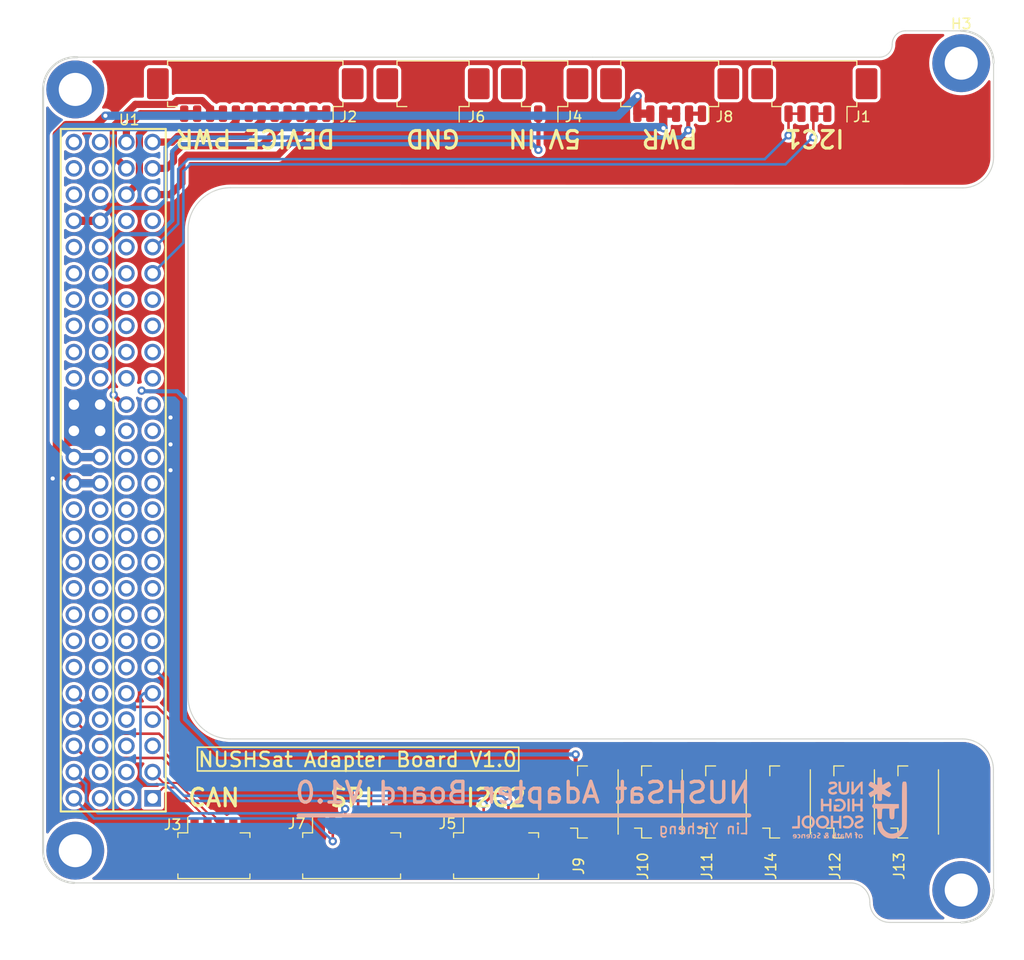
<source format=kicad_pcb>
(kicad_pcb (version 20211014) (generator pcbnew)
  (layers (0 "F.Cu" signal) (31 "B.Cu" signal) (34 "B.Paste" user) (35 "F.Paste" user) (36 "B.SilkS" user "B.Silkscreen") (37 "F.SilkS" user "F.Silkscreen") (38 "B.Mask" user) (39 "F.Mask" user) (44 "Edge.Cuts" user))
  (net 0 "")
  (net 1 "GND")
  (net 2 "/I2C1_SDA")
  (net 3 "/I2C1_SCL")
  (net 4 "/OUT1")
  (net 5 "/OUT2")
  (net 6 "/OUT3")
  (net 7 "/OUT4")
  (net 8 "/OUT5")
  (net 9 "/OUT6")
  (net 10 "/CAN-")
  (net 11 "/CAN+")
  (net 12 "/5V_IN")
  (net 13 "/I2C2_SDA")
  (net 14 "/I2C2_SCL")
  (net 15 "/CS2")
  (net 16 "/CS1")
  (net 17 "/SCK")
  (net 18 "/MOSI")
  (net 19 "/MISO")
  (net 20 "/VBAT")
  (net 21 "/3V3")
  (net 22 "/5V0")
  (footprint "Connector_Molex:Molex_PicoBlade_53398-0471_1x04-1MP_P1.25mm_Vertical" (layer "F.Cu") (at 163 124.3 90)
    (fp_text reference "J9")
    (fp_text value "Conn_01x04_Female")
  )
  (footprint "Connector_Molex:Molex_PicoBlade_53398-0471_1x04-1MP_P1.25mm_Vertical" (layer "F.Cu") (at 181.6 124.3 90)
    (fp_text reference "J14")
    (fp_text value "Conn_01x04_Female")
  )
  (footprint "Connector_Molex:Molex_PicoBlade_53261-0671_1x06-1MP_P1.25mm_Horizontal" (layer "F.Cu") (at 139.925 129)
    (fp_text reference "J7")
    (fp_text value "Conn_01x06_Female")
  )
  (footprint "Connector_Molex:Molex_PicoBlade_53261-0571_1x05-1MP_P1.25mm_Horizontal" (layer "F.Cu") (at 184.7 55.3 180)
    (fp_text reference "J1")
    (fp_text value "Conn_01x05_Female")
  )
  (footprint "Connector_Molex:Molex_PicoBlade_53261-1271_1x12-1MP_P1.25mm_Horizontal" (layer "F.Cu") (at 130.6 55.3 180)
    (fp_text reference "J2")
    (fp_text value "Conn_01x12_Female")
  )
  (footprint "MountingHole:MountingHole_3.2mm_M3_DIN965_Pad" (layer "F.Cu") (at 198.913344 52.813223)
    (fp_text reference "H3")
    (fp_text value "MountingHole")
  )
  (footprint "Connector_Molex:Molex_PicoBlade_53261-0271_1x02-1MP_P1.25mm_Horizontal" (layer "F.Cu") (at 158.6 55.3 180)
    (fp_text reference "J4")
    (fp_text value "Conn_01x02_Female")
  )
  (footprint "Connector_Molex:Molex_PicoBlade_53261-0671_1x06-1MP_P1.25mm_Horizontal" (layer "F.Cu") (at 170.7 55.3 180)
    (fp_text reference "J8")
    (fp_text value "Conn_01x06_Female")
  )
  (footprint "Connector_Molex:Molex_PicoBlade_53261-0471_1x04-1MP_P1.25mm_Horizontal" (layer "F.Cu") (at 126.6 129)
    (fp_text reference "J3")
    (fp_text value "Conn_01x04_Female")
  )
  (footprint "cubesat_obc:PC104-Standard" (layer "F.Cu") (at 111.8 92.2)
    (fp_text reference "U1")
    (fp_text value "PC104")
  )
  (footprint "Connector_Molex:Molex_PicoBlade_53398-0471_1x04-1MP_P1.25mm_Vertical" (layer "F.Cu") (at 194 124.3 90)
    (fp_text reference "J13")
    (fp_text value "Conn_01x04_Female")
  )
  (footprint "MountingHole:MountingHole_3.2mm_M3_DIN965_Pad" (layer "F.Cu") (at 113.183344 129.013223)
    (fp_text reference "H2" hide)
    (fp_text value "MountingHole")
  )
  (footprint "Connector_Molex:Molex_PicoBlade_53261-0471_1x04-1MP_P1.25mm_Horizontal" (layer "F.Cu") (at 147.8 55.3 180)
    (fp_text reference "J6")
    (fp_text value "Conn_01x04_Female")
  )
  (footprint "MountingHole:MountingHole_3.2mm_M3_DIN965_Pad" (layer "F.Cu") (at 113.183344 55.353223)
    (fp_text reference "H1" hide)
    (fp_text value "MountingHole")
  )
  (footprint "Connector_Molex:Molex_PicoBlade_53398-0471_1x04-1MP_P1.25mm_Vertical" (layer "F.Cu") (at 169.2 124.3 90)
    (fp_text reference "J10")
    (fp_text value "Conn_01x04_Female")
  )
  (footprint "Connector_Molex:Molex_PicoBlade_53398-0471_1x04-1MP_P1.25mm_Vertical" (layer "F.Cu") (at 175.4 124.3 90)
    (fp_text reference "J11")
    (fp_text value "Conn_01x04_Female")
  )
  (footprint "Connector_Molex:Molex_PicoBlade_53261-0571_1x05-1MP_P1.25mm_Horizontal" (layer "F.Cu") (at 153.9 129)
    (fp_text reference "J5")
    (fp_text value "Conn_01x05_Female")
  )
  (footprint "MountingHole:MountingHole_3.2mm_M3_DIN965_Pad" (layer "F.Cu") (at 198.913344 132.823222)
    (fp_text reference "H4" hide)
    (fp_text value "MountingHole")
  )
  (footprint "Connector_Molex:Molex_PicoBlade_53398-0471_1x04-1MP_P1.25mm_Vertical" (layer "F.Cu") (at 187.8 124.3 90)
    (fp_text reference "J12")
    (fp_text value "Conn_01x04_Female")
  )
  (footprint "cubesat_obc:nush" (layer "B.Cu") (at 188.1 124.9 180)
    (fp_text reference "G***" hide)
    (fp_text value "LOGO" hide)
  )
  (gr_line (start 134.8 125.6) (end 178.4 125.6) (layer "B.SilkS") (width 0.4))
  (gr_rect (start 125 119) (end 156.1 121.3) (layer "F.SilkS") (width 0.16) (fill none))
  (gr_line (start 113.37834 52.233226) (end 163.235842 52.233226) (layer "Edge.Cuts") (width 0.1))
  (gr_line (start 128.214213 64.864467) (end 199.07868 64.87868) (layer "Edge.Cuts") (width 0.1))
  (gr_line (start 113.093344 52.233226) (end 113.37834 52.233226) (layer "Edge.Cuts") (width 0.2))
  (gr_line (start 199.039467 118.2) (end 128.2 118.2) (layer "Edge.Cuts") (width 0.1))
  (gr_arc (start 202.043343 132.783223) (mid 201.138407 135.017933) (end 198.918343 135.958225) (layer "Edge.Cuts") (width 0.2))
  (gr_line (start 124.092893 114.07868) (end 124.092893 68.985787) (layer "Edge.Cuts") (width 0.1))
  (gr_line (start 198.918343 135.958225) (end 192 135.958225) (layer "Edge.Cuts") (width 0.1))
  (gr_arc (start 113.068348 132.133221) (mid 110.905607 131.154542) (end 110.068349 128.933223) (layer "Edge.Cuts") (width 0.2))
  (gr_arc (start 192.233226 51) (mid 192.5939 50.079255) (end 193.5 49.683224) (layer "Edge.Cuts") (width 0.1))
  (gr_arc (start 199.039467 118.2) (mid 201.159325 119.089767) (end 202.02913 121.217893) (layer "Edge.Cuts") (width 0.1))
  (gr_arc (start 110.068351 55.483224) (mid 110.907751 53.231729) (end 113.093344 52.233226) (layer "Edge.Cuts") (width 0.2))
  (gr_arc (start 192 135.958225) (mid 190.627826 135.379497) (end 190.066775 134) (layer "Edge.Cuts") (width 0.1))
  (gr_line (start 163.235842 52.233226) (end 191 52.233226) (layer "Edge.Cuts") (width 0.1))
  (gr_line (start 113.068348 132.133221) (end 188.2 132.133221) (layer "Edge.Cuts") (width 0.1))
  (gr_arc (start 198.893344 49.683224) (mid 201.110375 50.580838) (end 202.043346 52.783224) (layer "Edge.Cuts") (width 0.2))
  (gr_line (start 198.893344 49.683224) (end 193.5 49.683224) (layer "Edge.Cuts") (width 0.1))
  (gr_arc (start 202.043346 61.87868) (mid 201.182333 63.992682) (end 199.07868 64.87868) (layer "Edge.Cuts") (width 0.1))
  (gr_arc (start 192.233226 51) (mid 191.872022 51.872022) (end 191 52.233226) (layer "Edge.Cuts") (width 0.1))
  (gr_arc (start 124.092893 68.985787) (mid 125.3 66.071574) (end 128.214213 64.864467) (layer "Edge.Cuts") (width 0.1))
  (gr_line (start 110.068349 128.933223) (end 110.068351 55.483225) (layer "Edge.Cuts") (width 0.2))
  (gr_arc (start 128.2 118.2) (mid 125.292894 116.98995) (end 124.092893 114.07868) (layer "Edge.Cuts") (width 0.1))
  (gr_arc (start 188.2 132.133221) (mid 189.520012 132.679988) (end 190.066779 134) (layer "Edge.Cuts") (width 0.1))
  (gr_line (start 202.043343 132.783223) (end 202.02913 121.217893) (layer "Edge.Cuts") (width 0.1))
  (gr_line (start 202.043346 52.783224) (end 202.043346 61.87868) (layer "Edge.Cuts") (width 0.1))
  (gr_text "Lin Yicheng" (at 174 126.9) (layer "B.SilkS") (effects (font (size 1 1) (thickness 0.16)) (justify mirror)))
  (gr_text "NUSHSat Adapter Board V1.0" (at 156.5 123.4) (layer "B.SilkS") (effects (font (size 2 2) (thickness 0.33)) (justify mirror)))
  (gr_text "I2C2" (at 153.9 123.9) (layer "F.SilkS") (effects (font (size 1.7 1.7) (thickness 0.3))))
  (gr_text "5V IN" (at 158.6 60.1 180) (layer "F.SilkS") (effects (font (size 1.7 1.7) (thickness 0.3))))
  (gr_text "GND" (at 147.799999 60.1 180) (layer "F.SilkS") (effects (font (size 1.7 1.7) (thickness 0.3))))
  (gr_text "SPI\n" (at 139.925 123.9) (layer "F.SilkS") (effects (font (size 1.7 1.7) (thickness 0.3))))
  (gr_text "PWR" (at 170.7 60.1 180) (layer "F.SilkS") (effects (font (size 1.7 1.7) (thickness 0.3))))
  (gr_text "I2C1\n" (at 184.7 60.1 180) (layer "F.SilkS") (effects (font (size 1.7 1.7) (thickness 0.3))))
  (gr_text "CAN" (at 126.6 123.9) (layer "F.SilkS") (effects (font (size 1.7 1.7) (thickness 0.3))))
  (gr_text "NUSHSat Adapter Board V1.0" (at 140.5 120.2) (layer "F.SilkS") (effects (font (size 1.4 1.4) (thickness 0.22))))
  (gr_text "DEVICE PWR" (at 130.599999 60.1 180) (layer "F.SilkS") (effects (font (size 1.7 1.7) (thickness 0.3))))
  (segment (start 115.59 88.89) (end 115.59 88.39) (width 0.4) (layer "F.Cu") (net 1))
  (segment (start 116.839511 90.139511) (end 115.59 88.89) (width 0.4) (layer "F.Cu") (net 1))
  (segment (start 122.339511 89.639511) (end 116.839511 89.639511) (width 0.4) (layer "F.Cu") (net 1))
  (segment (start 122.4 89.7) (end 122.339511 89.639511) (width 0.4) (layer "F.Cu") (net 1))
  (segment (start 113.05 88.39) (end 115.59 88.39) (width 1.27) (layer "F.Cu") (net 1))
  (segment (start 116.84 87.1) (end 115.59 85.85) (width 0.4) (layer "F.Cu") (net 1))
  (segment (start 116.839511 91.839511) (end 116.839511 90.139511) (width 0.4) (layer "F.Cu") (net 1))
  (segment (start 122.4 87.1) (end 116.84 87.1) (width 0.4) (layer "F.Cu") (net 1))
  (segment (start 117.2 92.2) (end 116.839511 91.839511) (width 0.4) (layer "F.Cu") (net 1))
  (segment (start 116.839511 89.639511) (end 115.59 88.39) (width 0.4) (layer "F.Cu") (net 1))
  (segment (start 113.05 85.85) (end 115.59 85.85) (width 1.27) (layer "F.Cu") (net 1))
  (segment (start 122.4 92.2) (end 117.2 92.2) (width 0.4) (layer "F.Cu") (net 1))
  (segment (start 161.75 126.175) (end 192.75 126.175) (width 0.4) (layer "F.Cu") (net 1))
  (segment (start 115.59 85.85) (end 115.59 88.39) (width 1.27) (layer "F.Cu") (net 1))
  (via (at 122.4 87.1) (size 0.8) (drill 0.4) (layers "F.Cu" "B.Cu") (net 1))
  (via (at 111 93) (size 0.8) (drill 0.4) (layers "F.Cu" "B.Cu") (net 1))
  (via (at 122.4 92.2) (size 0.8) (drill 0.4) (layers "F.Cu" "B.Cu") (net 1))
  (via (at 122.4 89.7) (size 0.8) (drill 0.4) (layers "F.Cu" "B.Cu") (net 1))
  (segment (start 122.4 87.1) (end 122.399511 87.099511) (width 0.4) (layer "B.Cu") (net 1))
  (segment (start 115.59 88.39) (end 115.59 88.89) (width 0.4) (layer "B.Cu") (net 1))
  (segment (start 122.4 92.2) (end 117.2 92.2) (width 0.4) (layer "B.Cu") (net 1))
  (segment (start 122.339511 89.639511) (end 116.839511 89.639511) (width 0.4) (layer "B.Cu") (net 1))
  (segment (start 111.779511 92.220489) (end 111 93) (width 0.4) (layer "B.Cu") (net 1))
  (segment (start 117.2 92.2) (end 117.179511 92.220489) (width 0.4) (layer "B.Cu") (net 1))
  (segment (start 116.839511 91.839511) (end 117.2 92.2) (width 0.4) (layer "B.Cu") (net 1))
  (segment (start 113.05 85.85) (end 115.59 85.85) (width 1.27) (layer "B.Cu") (net 1))
  (segment (start 117.179511 92.220489) (end 111.779511 92.220489) (width 0.4) (layer "B.Cu") (net 1))
  (segment (start 122.4 89.7) (end 122.339511 89.639511) (width 0.4) (layer "B.Cu") (net 1))
  (segment (start 115.59 88.89) (end 116.839511 90.139511) (width 0.4) (layer "B.Cu") (net 1))
  (segment (start 115.59 85.85) (end 115.59 88.39) (width 1.27) (layer "B.Cu") (net 1))
  (segment (start 116.839511 90.139511) (end 116.839511 91.839511) (width 0.4) (layer "B.Cu") (net 1))
  (segment (start 116.839511 87.099511) (end 115.59 85.85) (width 0.4) (layer "B.Cu") (net 1))
  (segment (start 116.839511 89.639511) (end 115.59 88.39) (width 0.4) (layer "B.Cu") (net 1))
  (segment (start 113.05 88.39) (end 115.59 88.39) (width 1.27) (layer "B.Cu") (net 1))
  (segment (start 122.399511 87.099511) (end 116.839511 87.099511) (width 0.4) (layer "B.Cu") (net 1))
  (segment (start 184.7 57.7) (end 185.95 57.7) (width 0.25) (layer "F.Cu") (net 2))
  (segment (start 184.6 57.8) (end 184.7 57.7) (width 0.25) (layer "F.Cu") (net 2))
  (segment (start 184.6 60) (end 184.6 57.8) (width 0.25) (layer "F.Cu") (net 2))
  (via (at 184.6 60) (size 0.8) (drill 0.4) (layers "F.Cu" "B.Cu") (net 2))
  (segment (start 124.303214 62.603214) (end 123.643071 63.263357) (width 0.25) (layer "B.Cu") (net 2))
  (segment (start 184.6 60) (end 184.5 60) (width 0.25) (layer "B.Cu") (net 2))
  (segment (start 184.5 60) (end 181.896786 62.603214) (width 0.25) (layer "B.Cu") (net 2))
  (segment (start 181.896786 62.603214) (end 124.303214 62.603214) (width 0.25) (layer "B.Cu") (net 2))
  (segment (start 123.643071 63.263357) (end 123.64307 70.17693) (width 0.25) (layer "B.Cu") (net 2))
  (segment (start 123.64307 70.17693) (end 120.67 73.15) (width 0.25) (layer "B.Cu") (net 2))
  (segment (start 182.2 59.8) (end 182.2 57.7) (width 0.25) (layer "F.Cu") (net 3))
  (segment (start 182.2 57.7) (end 183.45 57.7) (width 0.25) (layer "F.Cu") (net 3))
  (via (at 182.2 59.8) (size 0.8) (drill 0.4) (layers "F.Cu" "B.Cu") (net 3))
  (segment (start 120.67 70.61) (end 120.89 70.61) (width 0.25) (layer "B.Cu") (net 3))
  (segment (start 123.143551 68.356449) (end 123.143551 63.056449) (width 0.25) (layer "B.Cu") (net 3))
  (segment (start 179.9 62.1) (end 182.2 59.8) (width 0.25) (layer "B.Cu") (net 3))
  (segment (start 124.1 62.1) (end 179.9 62.1) (width 0.25) (layer "B.Cu") (net 3))
  (segment (start 120.89 70.61) (end 123.143551 68.356449) (width 0.25) (layer "B.Cu") (net 3))
  (segment (start 123.143551 63.056449) (end 124.1 62.1) (width 0.25) (layer "B.Cu") (net 3))
  (segment (start 120.67 65.53) (end 122.37 65.53) (width 0.7) (layer "F.Cu") (net 4))
  (segment (start 123.98 61.72) (end 132.78 61.72) (width 0.7) (layer "F.Cu") (net 4))
  (segment (start 136.225 58.275) (end 136.225 57.7) (width 0.7) (layer "F.Cu") (net 4))
  (segment (start 137.475 57.7) (end 136.225 57.7) (width 0.7) (layer "F.Cu") (net 4))
  (segment (start 123.5 62.2) (end 123.98 61.72) (width 0.7) (layer "F.Cu") (net 4))
  (segment (start 122.37 65.53) (end 123.5 64.4) (width 0.7) (layer "F.Cu") (net 4))
  (segment (start 161.6 122.275) (end 161.75 122.425) (width 0.4) (layer "F.Cu") (net 4))
  (segment (start 192.75 122.425) (end 161.75 122.425) (width 0.4) (layer "F.Cu") (net 4))
  (segment (start 123.5 64.4) (end 123.5 62.2) (width 0.7) (layer "F.Cu") (net 4))
  (segment (start 161.6 119.7) (end 161.6 122.275) (width 0.4) (layer "F.Cu") (net 4))
  (segment (start 132.78 61.72) (end 136.225 58.275) (width 0.7) (layer "F.Cu") (net 4))
  (via (at 161.6 119.7) (size 0.8) (drill 0.4) (layers "F.Cu" "B.Cu") (net 4))
  (via (at 119.6 84.5) (size 0.8) (drill 0.4) (layers "F.Cu" "B.Cu") (net 4))
  (segment (start 123.8 85.3) (end 123.8 116.3) (width 0.4) (layer "B.Cu") (net 4))
  (segment (start 119.6 84.5) (end 119.659511 84.559511) (width 0.4) (layer "B.Cu") (net 4))
  (segment (start 123.8 116.3) (end 127.2 119.7) (width 0.4) (layer "B.Cu") (net 4))
  (segment (start 127.2 119.7) (end 161.6 119.7) (width 0.4) (layer "B.Cu") (net 4))
  (segment (start 119.659511 84.559511) (end 123.059511 84.559511) (width 0.4) (layer "B.Cu") (net 4))
  (segment (start 123.059511 84.559511) (end 123.8 85.3) (width 0.4) (layer "B.Cu") (net 4))
  (segment (start 123.5 60.8) (end 131.2 60.8) (width 0.7) (layer "F.Cu") (net 5))
  (segment (start 134.975 57.7) (end 133.725 57.7) (width 0.7) (layer "F.Cu") (net 5))
  (segment (start 133.725 58.275) (end 133.725 57.7) (width 0.7) (layer "F.Cu") (net 5))
  (segment (start 122.69 62.31) (end 122.69 61.61) (width 0.7) (layer "F.Cu") (net 5))
  (segment (start 122.01 62.99) (end 122.69 62.31) (width 0.7) (layer "F.Cu") (net 5))
  (segment (start 131.2 60.8) (end 133.725 58.275) (width 0.7) (layer "F.Cu") (net 5))
  (segment (start 122.69 61.61) (end 123.5 60.8) (width 0.7) (layer "F.Cu") (net 5))
  (segment (start 120.67 62.99) (end 122.01 62.99) (width 0.7) (layer "F.Cu") (net 5))
  (segment (start 131.225 58.375) (end 129.7 59.9) (width 0.7) (layer "F.Cu") (net 6))
  (segment (start 131.225 57.7) (end 131.225 58.375) (width 0.7) (layer "F.Cu") (net 6))
  (segment (start 132.475 57.7) (end 131.225 57.7) (width 0.7) (layer "F.Cu") (net 6))
  (segment (start 129.7 59.9) (end 123.1 59.9) (width 0.7) (layer "F.Cu") (net 6))
  (segment (start 123.1 59.9) (end 122.55 60.45) (width 0.7) (layer "F.Cu") (net 6))
  (segment (start 122.55 60.45) (end 120.67 60.45) (width 0.7) (layer "F.Cu") (net 6))
  (segment (start 128.24 58.96) (end 120.14 58.96) (width 0.7) (layer "F.Cu") (net 7))
  (segment (start 128.725 58.475) (end 128.24 58.96) (width 0.7) (layer "F.Cu") (net 7))
  (segment (start 120.14 58.96) (end 119.39 59.71) (width 0.7) (layer "F.Cu") (net 7))
  (segment (start 129.975 57.7) (end 128.725 57.7) (width 0.7) (layer "F.Cu") (net 7))
  (segment (start 119.39 59.71) (end 119.39 64.27) (width 0.7) (layer "F.Cu") (net 7))
  (segment (start 119.39 64.27) (end 118.13 65.53) (width 0.7) (layer "F.Cu") (net 7))
  (segment (start 128.725 57.7) (end 128.725 58.475) (width 0.7) (layer "F.Cu") (net 7))
  (segment (start 116.87 58.93) (end 119 56.8) (width 0.7) (layer "F.Cu") (net 8))
  (segment (start 116.87 61.73) (end 116.87 58.93) (width 0.7) (layer "F.Cu") (net 8))
  (segment (start 126.225 57.216619) (end 126.225 57.7) (width 0.7) (layer "F.Cu") (net 8))
  (segment (start 118.13 62.99) (end 116.87 61.73) (width 0.7) (layer "F.Cu") (net 8))
  (segment (start 123.05 56.44) (end 125.448381 56.44) (width 0.7) (layer "F.Cu") (net 8))
  (segment (start 127.475 57.7) (end 126.225 57.7) (width 0.7) (layer "F.Cu") (net 8))
  (segment (start 125.448381 56.44) (end 126.225 57.216619) (width 0.7) (layer "F.Cu") (net 8))
  (segment (start 119 56.8) (end 122.69 56.8) (width 0.7) (layer "F.Cu") (net 8))
  (segment (start 122.69 56.8) (end 123.05 56.44) (width 0.7) (layer "F.Cu") (net 8))
  (segment (start 118.13 59.07) (end 118.13 60.45) (width 0.7) (layer "F.Cu") (net 9))
  (segment (start 119.5 57.7) (end 118.13 59.07) (width 0.7) (layer "F.Cu") (net 9))
  (segment (start 124.975 57.7) (end 119.5 57.7) (width 0.7) (layer "F.Cu") (net 9))
  (segment (start 122.893604 122.905001) (end 125.975 125.986397) (width 0.2) (layer "F.Cu") (net 10))
  (segment (start 125.975 125.986397) (end 125.975 126.6) (width 0.2) (layer "F.Cu") (net 10))
  (segment (start 121.714999 122.905001) (end 122.893604 122.905001) (width 0.2) (layer "F.Cu") (net 10))
  (segment (start 120.67 123.95) (end 121.714999 122.905001) (width 0.2) (layer "F.Cu") (net 10))
  (segment (start 125.975 126.6) (end 124.725 126.6) (width 0.2) (layer "F.Cu") (net 10))
  (segment (start 120.67 121.41) (end 121.714999 122.454999) (width 0.2) (layer "F.Cu") (net 11))
  (segment (start 126.72452 126.09952) (end 127.225 126.6) (width 0.2) (layer "F.Cu") (net 11))
  (segment (start 127.225 126.6) (end 128.475 126.6) (width 0.2) (layer "F.Cu") (net 11))
  (segment (start 126.72452 125.772382) (end 126.72452 126.09952) (width 0.2) (layer "F.Cu") (net 11))
  (segment (start 123.079999 122.454999) (end 126.07548 125.45048) (width 0.2) (layer "F.Cu") (net 11))
  (segment (start 121.714999 122.454999) (end 123.079999 122.454999) (width 0.2) (layer "F.Cu") (net 11))
  (segment (start 126.402618 125.45048) (end 126.72452 125.772382) (width 0.2) (layer "F.Cu") (net 11))
  (segment (start 126.07548 125.45048) (end 126.402618 125.45048) (width 0.2) (layer "F.Cu") (net 11))
  (segment (start 158 61.2) (end 158 57.725) (width 0.4) (layer "F.Cu") (net 12))
  (segment (start 117.85 85.85) (end 116.9 84.9) (width 0.4) (layer "F.Cu") (net 12))
  (segment (start 118.13 85.85) (end 117.85 85.85) (width 0.4) (layer "F.Cu") (net 12))
  (segment (start 158 57.725) (end 157.975 57.7) (width 0.4) (layer "F.Cu") (net 12))
  (via (at 116.9 84.9) (size 0.8) (drill 0.4) (layers "F.Cu" "B.Cu") (net 12))
  (via (at 158 61.2) (size 0.8) (drill 0.4) (layers "F.Cu" "B.Cu") (net 12))
  (segment (start 157.44952 60.64952) (end 158 61.2) (width 0.4) (layer "B.Cu") (net 12))
  (segment (start 116.880489 84.880489) (end 116.880489 70.092435) (width 0.4) (layer "B.Cu") (net 12))
  (segment (start 116.880489 70.092435) (end 117.612435 69.360489) (width 0.4) (layer "B.Cu") (net 12))
  (segment (start 121.239511 69.360489) (end 122.569031 68.030969) (width 0.4) (layer "B.Cu") (net 12))
  (segment (start 116.9 84.9) (end 116.880489 84.880489) (width 0.4) (layer "B.Cu") (net 12))
  (segment (start 123.25048 60.64952) (end 157.44952 60.64952) (width 0.4) (layer "B.Cu") (net 12))
  (segment (start 122.569031 68.030969) (end 122.569031 61.330969) (width 0.4) (layer "B.Cu") (net 12))
  (segment (start 117.612435 69.360489) (end 121.239511 69.360489) (width 0.4) (layer "B.Cu") (net 12))
  (segment (start 122.569031 61.330969) (end 123.25048 60.64952) (width 0.4) (layer "B.Cu") (net 12))
  (segment (start 152.65 126.6) (end 153.9 126.6) (width 0.25) (layer "F.Cu") (net 13))
  (segment (start 161.600489 123.525489) (end 153.674511 123.525489) (width 0.25) (layer "F.Cu") (net 13))
  (segment (start 152.7 124.5) (end 152.7 126.55) (width 0.25) (layer "F.Cu") (net 13))
  (segment (start 152.7 126.55) (end 152.65 126.6) (width 0.25) (layer "F.Cu") (net 13))
  (segment (start 161.75 123.675) (end 161.600489 123.525489) (width 0.25) (layer "F.Cu") (net 13))
  (segment (start 153.674511 123.525489) (end 152.7 124.5) (width 0.25) (layer "F.Cu") (net 13))
  (segment (start 161.75 123.675) (end 192.75 123.675) (width 0.25) (layer "F.Cu") (net 13))
  (via (at 152.7 124.5) (size 0.8) (drill 0.4) (layers "F.Cu" "B.Cu") (net 13))
  (segment (start 121.9 122.606908) (end 120.205898 122.606908) (width 0.25) (layer "B.Cu") (net 13))
  (segment (start 119.495489 121.896499) (end 119.495489 114.104511) (width 0.25) (layer "B.Cu") (net 13))
  (segment (start 152.399999 124.199999) (end 123.493091 124.199999) (width 0.25) (layer "B.Cu") (net 13))
  (segment (start 152.7 124.5) (end 152.399999 124.199999) (width 0.25) (layer "B.Cu") (net 13))
  (segment (start 120.205898 122.606908) (end 119.495489 121.896499) (width 0.25) (layer "B.Cu") (net 13))
  (segment (start 119.81 113.79) (end 120.67 113.79) (width 0.25) (layer "B.Cu") (net 13))
  (segment (start 123.493091 124.199999) (end 121.9 122.606908) (width 0.25) (layer "B.Cu") (net 13))
  (segment (start 119.495489 114.104511) (end 119.81 113.79) (width 0.25) (layer "B.Cu") (net 13))
  (segment (start 121.29 113.79) (end 120.67 113.79) (width 0.25) (layer "B.Cu") (net 13))
  (segment (start 155.15 126.6) (end 156.4 126.6) (width 0.25) (layer "F.Cu") (net 14))
  (segment (start 192.75 124.925) (end 161.75 124.925) (width 0.25) (layer "F.Cu") (net 14))
  (segment (start 155.1 124.3) (end 155.1 126.55) (width 0.25) (layer "F.Cu") (net 14))
  (segment (start 155.1 126.55) (end 155.15 126.6) (width 0.25) (layer "F.Cu") (net 14))
  (segment (start 154.9 126.45) (end 155.05 126.6) (width 0.25) (layer "F.Cu") (net 14))
  (segment (start 161.75 124.925) (end 155.725 124.925) (width 0.25) (layer "F.Cu") (net 14))
  (segment (start 155.725 124.925) (end 155.1 124.3) (width 0.25) (layer "F.Cu") (net 14))
  (via (at 155.1 124.3) (size 0.8) (drill 0.4) (layers "F.Cu" "B.Cu") (net 14))
  (segment (start 122.39952 122.39952) (end 121.844511 121.844511) (width 0.25) (layer "B.Cu") (net 14))
  (segment (start 155.1 124.3) (end 154.50048 123.70048) (width 0.25) (layer "B.Cu") (net 14))
  (segment (start 154.50048 123.70048) (end 123.7 123.70048) (width 0.25) (layer "B.Cu") (net 14))
  (segment (start 123.7 123.70048) (end 122.39952 122.4) (width 0.25) (layer "B.Cu") (net 14))
  (segment (start 122.39952 122.4) (end 122.39952 122.39952) (width 0.25) (layer "B.Cu") (net 14))
  (segment (start 121.844511 112.424511) (end 120.67 111.25) (width 0.25) (layer "B.Cu") (net 14))
  (segment (start 121.844511 121.844511) (end 121.844511 112.424511) (width 0.25) (layer "B.Cu") (net 14))
  (segment (start 120.67 111.25) (end 120.67 111.77) (width 0.25) (layer "B.Cu") (net 14))
  (segment (start 122.344031 116.343021) (end 121.10101 115.1) (width 0.25) (layer "F.Cu") (net 15))
  (segment (start 121.10101 115.1) (end 114.36 115.1) (width 0.25) (layer "F.Cu") (net 15))
  (segment (start 114.36 115.1) (end 113.05 113.79) (width 0.25) (layer "F.Cu") (net 15))
  (segment (start 122.344031 119.34403) (end 122.344031 116.343021) (width 0.25) (layer "F.Cu") (net 15))
  (segment (start 143 126.55) (end 143 122.2) (width 0.25) (layer "F.Cu") (net 15))
  (segment (start 141.500962 120.700962) (end 123.700963 120.700962) (width 0.25) (layer "F.Cu") (net 15))
  (segment (start 123.700963 120.700962) (end 122.344031 119.34403) (width 0.25) (layer "F.Cu") (net 15))
  (segment (start 143 122.2) (end 141.500962 120.700962) (width 0.25) (layer "F.Cu") (net 15))
  (segment (start 143.05 126.6) (end 143 126.55) (width 0.25) (layer "F.Cu") (net 15))
  (segment (start 123.494053 121.20048) (end 140.80048 121.20048) (width 0.25) (layer "F.Cu") (net 16))
  (segment (start 141.8 122.2) (end 141.8 126.6) (width 0.25) (layer "F.Cu") (net 16))
  (segment (start 121.844511 119.550938) (end 123.494053 121.20048) (width 0.25) (layer "F.Cu") (net 16))
  (segment (start 121.295489 117.695489) (end 121.844511 118.244511) (width 0.25) (layer "F.Cu") (net 16))
  (segment (start 113.05 116.33) (end 114.415489 117.695489) (width 0.25) (layer "F.Cu") (net 16))
  (segment (start 114.415489 117.695489) (end 121.295489 117.695489) (width 0.25) (layer "F.Cu") (net 16))
  (segment (start 121.844511 118.244511) (end 121.844511 119.550938) (width 0.25) (layer "F.Cu") (net 16))
  (segment (start 140.80048 121.20048) (end 141.8 122.2) (width 0.25) (layer "F.Cu") (net 16))
  (segment (start 140.55 122.25) (end 140.55 126.6) (width 0.25) (layer "F.Cu") (net 17))
  (segment (start 114.224511 120.044511) (end 121.631656 120.044511) (width 0.25) (layer "F.Cu") (net 17))
  (segment (start 113.05 118.87) (end 114.224511 120.044511) (width 0.25) (layer "F.Cu") (net 17))
  (segment (start 140 121.7) (end 140.55 122.25) (width 0.25) (layer "F.Cu") (net 17))
  (segment (start 123.287145 121.7) (end 140 121.7) (width 0.25) (layer "F.Cu") (net 17))
  (segment (start 140.5 126.65) (end 140.45 126.6) (width 0.25) (layer "F.Cu") (net 17))
  (segment (start 121.631656 120.044511) (end 123.287145 121.7) (width 0.25) (layer "F.Cu") (net 17))
  (segment (start 139.3 124.9745) (end 139.3 126.6) (width 0.25) (layer "F.Cu") (net 18))
  (via (at 139.3 124.9745) (size 0.8) (drill 0.4) (layers "F.Cu" "B.Cu") (net 18))
  (segment (start 138.8745 125.4) (end 115.37899 125.4) (width 0.25) (layer "B.Cu") (net 18))
  (segment (start 114.224511 124.245521) (end 114.224511 122.584511) (width 0.25) (layer "B.Cu") (net 18))
  (segment (start 115.37899 125.4) (end 114.224511 124.245521) (width 0.25) (layer "B.Cu") (net 18))
  (segment (start 114.224511 122.584511) (end 113.05 121.41) (width 0.25) (layer "B.Cu") (net 18))
  (segment (start 139.3 124.9745) (end 138.8745 125.4) (width 0.25) (layer "B.Cu") (net 18))
  (segment (start 138.1 126.65) (end 138.05 126.6) (width 0.25) (layer "F.Cu") (net 19))
  (segment (start 138.1 128.1) (end 138.1 126.65) (width 0.25) (layer "F.Cu") (net 19))
  (via (at 138.1 128.1) (size 0.8) (drill 0.4) (layers "F.Cu" "B.Cu") (net 19))
  (segment (start 138.1 128.1) (end 135.89952 125.89952) (width 0.25) (layer "B.Cu") (net 19))
  (segment (start 114.99952 125.89952) (end 113.05 123.95) (width 0.25) (layer "B.Cu") (net 19))
  (segment (start 135.89952 125.89952) (end 114.99952 125.89952) (width 0.25) (layer "B.Cu") (net 19))
  (segment (start 173.825 57.7) (end 172.575 57.7) (width 0.4) (layer "F.Cu") (net 20))
  (segment (start 115.59 68.07) (end 113.05 68.07) (width 0.8) (layer "F.Cu") (net 20))
  (segment (start 172.5 59.3) (end 172.5 57.775) (width 0.4) (layer "F.Cu") (net 20))
  (segment (start 172.5 57.775) (end 172.575 57.7) (width 0.4) (layer "F.Cu") (net 20))
  (via (at 172.5 59.3) (size 0.8) (drill 0.4) (layers "F.Cu" "B.Cu") (net 20))
  (segment (start 116.839511 66.820489) (end 121.146587 66.820489) (width 0.4) (layer "B.Cu") (net 20))
  (segment (start 115.59 68.07) (end 116.839511 66.820489) (width 0.4) (layer "B.Cu") (net 20))
  (segment (start 121.919511 60.980489) (end 122.9 60) (width 0.4) (layer "B.Cu") (net 20))
  (segment (start 122.9 60) (end 171.8 60) (width 0.4) (layer "B.Cu") (net 20))
  (segment (start 121.919511 66.047565) (end 121.919511 60.980489) (width 0.4) (layer "B.Cu") (net 20))
  (segment (start 121.146587 66.820489) (end 121.919511 66.047565) (width 0.4) (layer "B.Cu") (net 20))
  (segment (start 171.8 60) (end 172.5 59.3) (width 0.4) (layer "B.Cu") (net 20))
  (segment (start 170.075 57.7) (end 171.325 57.7) (width 0.8) (layer "F.Cu") (net 21))
  (segment (start 170.075 59.075) (end 170.075 57.7) (width 0.8) (layer "F.Cu") (net 21))
  (segment (start 115.59 90.93) (end 113.05 90.93) (width 0.8) (layer "F.Cu") (net 21))
  (segment (start 170.1 59.1) (end 170.1 58.925) (width 0.8) (layer "F.Cu") (net 21))
  (segment (start 170.1 59.1) (end 170.075 59.075) (width 0.8) (layer "F.Cu") (net 21))
  (via (at 170.1 59.1) (size 0.8) (drill 0.4) (layers "F.Cu" "B.Cu") (net 21))
  (segment (start 115.59 90.93) (end 113.05 90.93) (width 0.8) (layer "B.Cu") (net 21))
  (segment (start 170.1 59.1) (end 170 59) (width 0.8) (layer "B.Cu") (net 21))
  (segment (start 170 59) (end 112.3 59) (width 0.8) (layer "B.Cu") (net 21))
  (segment (start 112.3 59) (end 111.4 59.9) (width 0.8) (layer "B.Cu") (net 21))
  (segment (start 111.4 59.9) (end 111.4 89.28) (width 0.8) (layer "B.Cu") (net 21))
  (segment (start 111.4 89.28) (end 113.05 90.93) (width 0.8) (layer "B.Cu") (net 21))
  (segment (start 112.297266 58.802734) (end 115.197266 58.802734) (width 0.8) (layer "F.Cu") (net 22))
  (segment (start 111.4 91.82) (end 111.4 59.7) (width 0.8) (layer "F.Cu") (net 22))
  (segment (start 167.6 56) (end 167.575 56.025) (width 0.8) (layer "F.Cu") (net 22))
  (segment (start 115.59 93.47) (end 113.05 93.47) (width 0.8) (layer "F.Cu") (net 22))
  (segment (start 168.825 57.7) (end 167.575 57.7) (width 0.8) (layer "F.Cu") (net 22))
  (segment (start 111.4 59.7) (end 112.297266 58.802734) (width 0.8) (layer "F.Cu") (net 22))
  (segment (start 113.05 93.47) (end 111.4 91.82) (width 0.8) (layer "F.Cu") (net 22))
  (segment (start 167.575 56.025) (end 167.575 57.7) (width 0.8) (layer "F.Cu") (net 22))
  (segment (start 115.197266 58.802734) (end 116.1 57.9) (width 0.8) (layer "F.Cu") (net 22))
  (via (at 167.6 56) (size 0.8) (drill 0.4) (layers "F.Cu" "B.Cu") (net 22))
  (via (at 116.1 57.9) (size 0.8) (drill 0.4) (layers "F.Cu" "B.Cu") (net 22))
  (segment (start 165.7 57.9) (end 116.1 57.9) (width 0.8) (layer "B.Cu") (net 22))
  (segment (start 115.59 93.47) (end 113.05 93.47) (width 0.8) (layer "B.Cu") (net 22))
  (segment (start 167.6 56) (end 165.7 57.9) (width 0.8) (layer "B.Cu") (net 22))
  (zone (net 1) (net_name "GND") (layers F&B.Cu) (connect_pads yes (clearance 0.3)) (min_thickness 0.254) (fill yes (thermal_gap 0.508) (thermal_bridge_width 0.508))
    (polygon (pts (xy 205 139.6) (xy 105.9 139.6) (xy 105.9 46.7) (xy 205 46.7)))
  )
)
</source>
